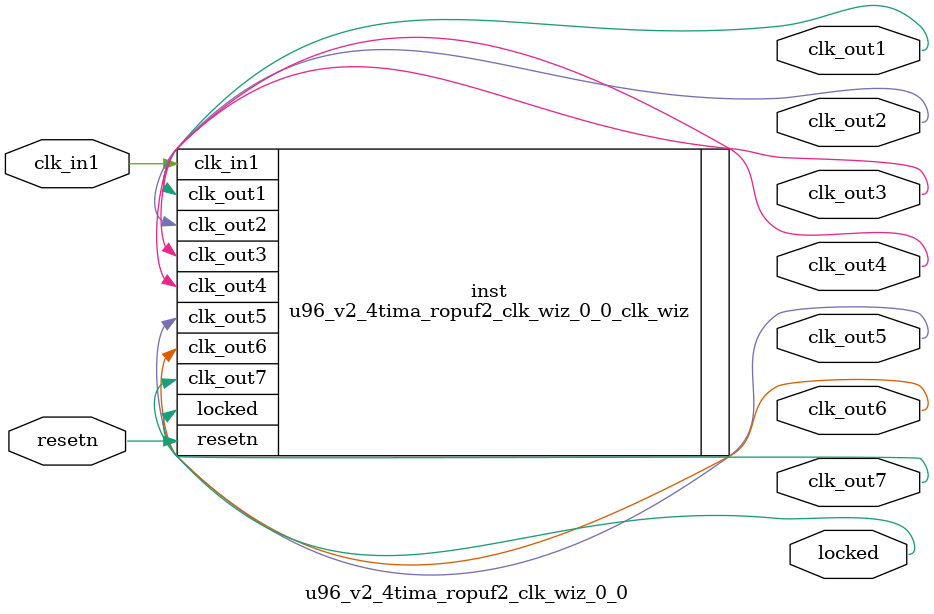
<source format=v>


`timescale 1ps/1ps

(* CORE_GENERATION_INFO = "u96_v2_4tima_ropuf2_clk_wiz_0_0,clk_wiz_v6_0_6_0_0,{component_name=u96_v2_4tima_ropuf2_clk_wiz_0_0,use_phase_alignment=false,use_min_o_jitter=false,use_max_i_jitter=false,use_dyn_phase_shift=false,use_inclk_switchover=false,use_dyn_reconfig=false,enable_axi=0,feedback_source=FDBK_AUTO,PRIMITIVE=MMCM,num_out_clk=7,clkin1_period=10.000,clkin2_period=10.000,use_power_down=false,use_reset=true,use_locked=true,use_inclk_stopped=false,feedback_type=SINGLE,CLOCK_MGR_TYPE=NA,manual_override=false}" *)

module u96_v2_4tima_ropuf2_clk_wiz_0_0 
 (
  // Clock out ports
  output        clk_out1,
  output        clk_out2,
  output        clk_out3,
  output        clk_out4,
  output        clk_out5,
  output        clk_out6,
  output        clk_out7,
  // Status and control signals
  input         resetn,
  output        locked,
 // Clock in ports
  input         clk_in1
 );

  u96_v2_4tima_ropuf2_clk_wiz_0_0_clk_wiz inst
  (
  // Clock out ports  
  .clk_out1(clk_out1),
  .clk_out2(clk_out2),
  .clk_out3(clk_out3),
  .clk_out4(clk_out4),
  .clk_out5(clk_out5),
  .clk_out6(clk_out6),
  .clk_out7(clk_out7),
  // Status and control signals               
  .resetn(resetn), 
  .locked(locked),
 // Clock in ports
  .clk_in1(clk_in1)
  );

endmodule

</source>
